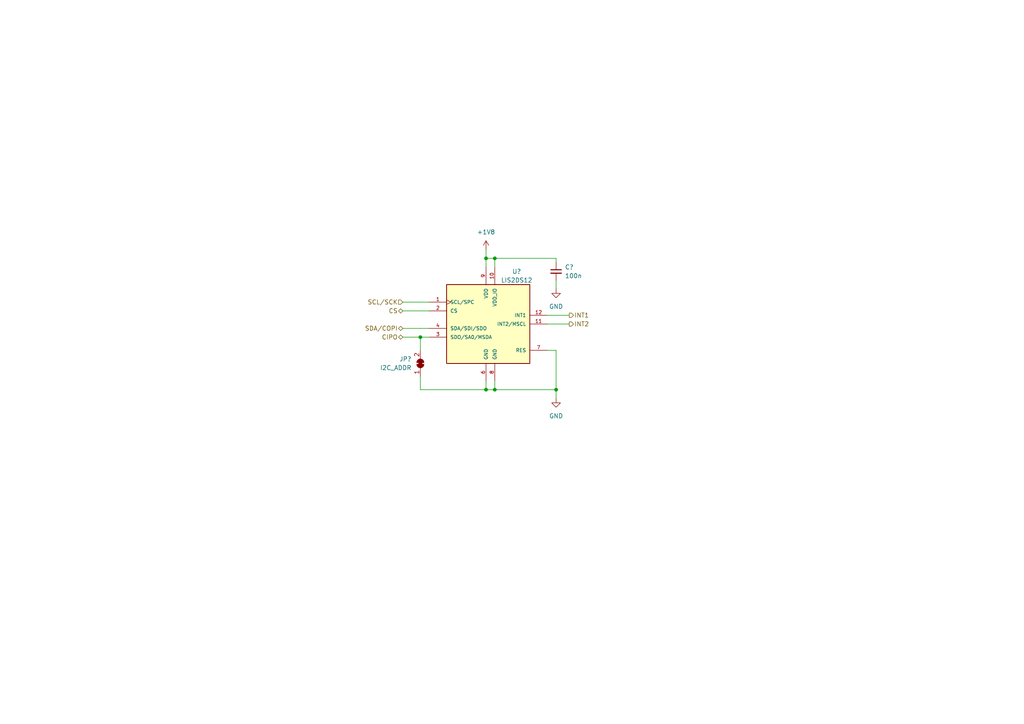
<source format=kicad_sch>
(kicad_sch (version 20230121) (generator eeschema)
  (paper "A4")
  (lib_symbols
    (symbol "Device:C_Small" (pin_numbers hide) (pin_names (offset 0.254) hide)
      (property "Reference" "C" (at 0.254 1.778 0))
      (property "Value" "C_Small" (at 0.254 -2.032 0))
      (symbol "C_Small_0_1"
        (polyline (pts (xy -1.524 -0.508) (xy 1.524 -0.508)) (stroke (width 0.3302)))
        (polyline (pts (xy -1.524 0.508) (xy 1.524 0.508)) (stroke (width 0.3048)))
      )
      (symbol "C_Small_1_1"
        (pin passive line (at 0 2.54 270) (length 2.032) (name "~") (number "1"))
        (pin passive line (at 0 -2.54 90) (length 2.032) (name "~") (number "2"))
      )
    )
    (symbol "Jumper:SolderJumper_2_Bridged" (pin_names (offset 0) hide)
      (property "Reference" "JP" (at 0 2.032 0))
      (property "Value" "SolderJumper_2_Bridged" (at 0 -2.54 0))
      (symbol "SolderJumper_2_Bridged_0_1"
        (rectangle (start -0.508 0.508) (end 0.508 -0.508) (fill (type outline)))
        (arc (start -0.254 1.016) (mid -1.2656 0) (end -0.254 -1.016))
        (arc (start -0.254 1.016) (mid -1.2656 0) (end -0.254 -1.016) (fill (type outline)))
        (polyline (pts (xy -0.254 1.016) (xy -0.254 -1.016)))
        (polyline (pts (xy 0.254 1.016) (xy 0.254 -1.016)))
        (arc (start 0.254 -1.016) (mid 1.2656 0) (end 0.254 1.016))
        (arc (start 0.254 -1.016) (mid 1.2656 0) (end 0.254 1.016) (fill (type outline)))
      )
      (symbol "SolderJumper_2_Bridged_1_1"
        (pin passive line (at -3.81 0 0) (length 2.54) (name "A") (number "1"))
        (pin passive line (at 3.81 0 180) (length 2.54) (name "B") (number "2"))
      )
    )
    (symbol "LIS2DS12:LIS2DS12" (pin_names (offset 1.016))
      (property "Reference" "U" (at -17.781 10.6686 0))
      (property "Value" "LIS2DS12" (at -17.7899 -15.7568 0))
      (symbol "LIS2DS12_0_0"
        (rectangle (start -12.7 10.16) (end 11.43 -12.7) (stroke (width 0.254)) (fill (type background)))
        (pin input clock (at -17.78 5.08 0) (length 5.08) (name "SCL/SPC") (number "1"))
        (pin power_in line (at 1.27 15.24 270) (length 5.08) (name "VDD_IO") (number "10"))
        (pin output line (at 16.51 -1.27 180) (length 5.08) (name "INT2/MSCL") (number "11"))
        (pin output line (at 16.51 1.27 180) (length 5.08) (name "INT1") (number "12"))
        (pin input line (at -17.78 2.54 0) (length 5.08) (name "CS") (number "2"))
        (pin bidirectional line (at -17.78 -5.08 0) (length 5.08) (name "SDO/SA0/MSDA") (number "3"))
        (pin bidirectional line (at -17.78 -2.54 0) (length 5.08) (name "SDA/SDI/SDO") (number "4"))
        (pin power_in line (at -1.27 -17.78 90) (length 5.08) (name "GND") (number "6"))
        (pin passive line (at 16.51 -8.89 180) (length 5.08) (name "RES") (number "7"))
        (pin power_in line (at 1.27 -17.78 90) (length 5.08) (name "GND") (number "8"))
        (pin power_in line (at -1.27 15.24 270) (length 5.08) (name "VDD") (number "9"))
      )
    )
    (symbol "power:+1V8" (power) (pin_names (offset 0))
      (property "Value" "+1V8" (at 0 3.556 0))
      (symbol "+1V8_0_1"
        (polyline (pts (xy -0.762 1.27) (xy 0 2.54)))
        (polyline (pts (xy 0 0) (xy 0 2.54)))
        (polyline (pts (xy 0 2.54) (xy 0.762 1.27)))
      )
      (symbol "+1V8_1_1"
        (pin power_in line (at 0 0 90) (length 0) hide (name "+1V8") (number "1"))
      )
    )
    (symbol "power:GND" (power) (pin_names (offset 0))
      (property "Value" "GND" (at 0 -3.81 0))
      (symbol "GND_0_1"
        (polyline (pts (xy 0 0) (xy 0 -1.27) (xy 1.27 -1.27) (xy 0 -2.54) (xy -1.27 -1.27) (xy 0 -1.27)))
      )
      (symbol "GND_1_1"
        (pin power_in line (at 0 0 270) (length 0) hide (name "GND") (number "1"))
      )
    )
  )
  (junction (at 143.51 113.03))
  (junction (at 140.97 74.93))
  (junction (at 143.51 74.93))
  (junction (at 140.97 113.03))
  (junction (at 161.29 113.03))
  (junction (at 121.92 97.79))
  (wire (pts (xy 124.46 97.79) (xy 121.92 97.79)))
  (wire (pts (xy 121.92 97.79) (xy 121.92 101.6)))
  (wire (pts (xy 140.97 72.39) (xy 140.97 74.93)))
  (wire (pts (xy 161.29 74.93) (xy 161.29 76.2)))
  (wire (pts (xy 143.51 74.93) (xy 161.29 74.93)))
  (wire (pts (xy 140.97 74.93) (xy 140.97 77.47)))
  (wire (pts (xy 116.84 90.17) (xy 124.46 90.17)))
  (wire (pts (xy 116.84 87.63) (xy 124.46 87.63)))
  (wire (pts (xy 158.75 101.6) (xy 161.29 101.6)))
  (wire (pts (xy 161.29 81.28) (xy 161.29 83.82)))
  (wire (pts (xy 143.51 113.03) (xy 143.51 110.49)))
  (wire (pts (xy 161.29 101.6) (xy 161.29 113.03)))
  (wire (pts (xy 143.51 77.47) (xy 143.51 74.93)))
  (wire (pts (xy 121.92 113.03) (xy 140.97 113.03)))
  (wire (pts (xy 161.29 113.03) (xy 161.29 115.57)))
  (wire (pts (xy 140.97 110.49) (xy 140.97 113.03)))
  (wire (pts (xy 158.75 91.44) (xy 165.1 91.44)))
  (wire (pts (xy 143.51 74.93) (xy 140.97 74.93)))
  (wire (pts (xy 121.92 109.22) (xy 121.92 113.03)))
  (wire (pts (xy 161.29 113.03) (xy 143.51 113.03)))
  (wire (pts (xy 116.84 95.25) (xy 124.46 95.25)))
  (wire (pts (xy 116.84 97.79) (xy 121.92 97.79)))
  (wire (pts (xy 140.97 113.03) (xy 143.51 113.03)))
  (wire (pts (xy 158.75 93.98) (xy 165.1 93.98)))
  (hierarchical_label "INT2" (shape output) (at 165.1 93.98 0))
  (hierarchical_label "CS" (shape bidirectional) (at 116.84 90.17 180))
  (hierarchical_label "SCL{slash}SCK" (shape input) (at 116.84 87.63 180))
  (hierarchical_label "SDA{slash}COPI" (shape bidirectional) (at 116.84 95.25 180))
  (hierarchical_label "INT1" (shape output) (at 165.1 91.44 0))
  (hierarchical_label "CIPO" (shape bidirectional) (at 116.84 97.79 180))
  (symbol (lib_id "power:GND") (at 161.29 83.82 0) (unit 1)
    (property "Reference" "#PWR0503" (effects hide))
    (property "Value" "GND" (at 161.29 88.9 0))
  )
  (symbol (lib_id "power:GND") (at 161.29 115.57 0) (unit 1)
    (property "Reference" "#PWR0502" (effects hide))
    (property "Value" "GND" (at 161.29 120.65 0))
  )
  (symbol (lib_id "Device:C_Small") (at 161.29 78.74 0) (unit 1)
    (property "Reference" "C?" (at 163.83 77.4763 0) (effects (justify left)))
    (property "Value" "100n" (at 163.83 80.0163 0) (effects (justify left)))
  )
  (symbol (lib_id "LIS2DS12:LIS2DS12") (at 142.24 92.71 0) (unit 1)
    (property "Reference" "U?" (at 149.86 78.74 0))
    (property "Value" "LIS2DS12" (at 149.86 81.28 0))
    (property "Footprint" "LGA12R50P4X4_200X200X86" (effects hide))
    (property "MF" "STMicroelectronics" (effects hide))
    (property "Description" "\nAccelerometer X, Y, Z Axis ±2g, 4g, 8g, 16g 6.25Hz ~ 3.2kHz 12-LGA (2x2)\n" (effects hide))
    (property "Package" "LGA-12 STMicroelectronics" (effects hide))
    (property "Price" "None" (effects hide))
    (property "Check_prices" "https://www.snapeda.com/parts/LIS2DS12/STMicroelectronics/view-part/?ref=eda" (effects hide))
    (property "SnapEDA_Link" "https://www.snapeda.com/parts/LIS2DS12/STMicroelectronics/view-part/?ref=snap" (effects hide))
    (property "MP" "LIS2DS12" (effects hide))
    (property "Availability" "In Stock" (effects hide))
    (property "MANUFACTURER" "STMicroelectronics" (effects hide))
  )
  (symbol (lib_id "power:+1V8") (at 140.97 72.39 0) (unit 1)
    (property "Reference" "#PWR0501" (effects hide))
    (property "Value" "+1V8" (at 140.97 67.31 0))
  )
  (symbol (lib_id "Jumper:SolderJumper_2_Bridged") (at 121.92 105.41 90) (unit 1)
    (property "Reference" "JP?" (at 119.38 104.14 90) (effects (justify left)))
    (property "Value" "I2C_ADDR" (at 119.38 106.68 90) (effects (justify left)))
  )
)
</source>
